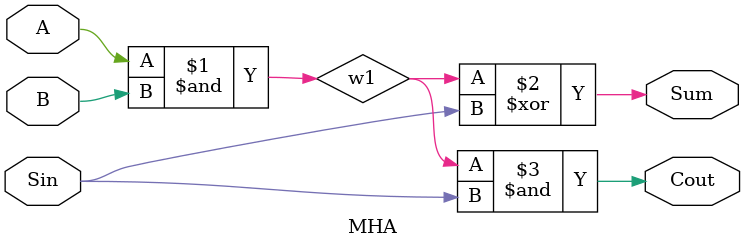
<source format=v>



module rfa (sum, g, p, a, b, cin);

   output sum;
   output g;
   output p;
   input a;
   input b;
   input cin;

   xor x1(sum, a, b, cin);
   and a1(g, a, b);
   or  o1(p, a, b);
   
endmodule


//17-bit Register with reset

module dffr_17 (q, d, clk, reset);

   output [16:0] q;
   input  [16:0] d;
   input  clk, reset;
   
   reg [16:0] q;
   
   always @ (posedge clk or negedge reset) 
      if (reset == 0)
         q <= 0; 
      else
         q <= d;

endmodule

//Basic adders for Multiplier

module FA (Sum, Cout, A, B, Cin);

   input A;
   input B;
   input Cin;   

   output Sum;
   output Cout;

	wire	w1;
	wire	w2;
	wire	w3;
	wire	w4;

	xor	x1(w1, A, B);
	xor	x2(Sum, w1, Cin);

	nand    n1(w2, A, B);
	nand    n2(w3, A, Cin);
	nand	n3(w4, B, Cin);
	nand	n4(Cout, w2, w3, w4);

endmodule // FA

module MFA (Sum, Cout, A, B, Sin, Cin);

   input A;
   input B;
   input Sin;
   input Cin;   

   output Sum;
   output Cout;

	wire    w0;
	wire	w1;
	wire	w2;
	wire	w3;
	wire	w4;

	and     a1(w0, A, B);

	xor	x1(w1, w0, Sin);
	xor	x2(Sum, w1, Cin);

	nand    n1(w2, w0, Sin);
	nand    n2(w3, w0, Cin);
	nand	n3(w4, Sin, Cin);
	nand	n4(Cout, w2, w3, w4);

endmodule // MFA

module NMFA (Sum, Cout, A, B, Sin, Cin);

   input A;
   input B;
   input Sin;
   input Cin;   

   output Sum;
   output Cout;

	wire  w0;
	wire	w1;
	wire	w2;
	wire	w3;
	wire	w4;

	nand    n0(w0, A, B);

	xor	x1(w1, w0, Sin);
	xor	x2(Sum, w1, Cin);

	nand    n1(w2, w0, Sin);
	nand    n2(w3, w0, Cin);
	nand	n3(w4, Sin, Cin);
	nand	n4(Cout, w2, w3, w4);

endmodule // NMFA

module MHA (Sum, Cout, A, B, Sin);

   input A;
   input B;
   input Sin;

   output Sum;
   output Cout;

	wire	w1;

	and	a0(w1, A, B);

	xor	x1(Sum, w1, Sin);

	and	a1(Cout, w1, Sin);

endmodule // MHA


</source>
